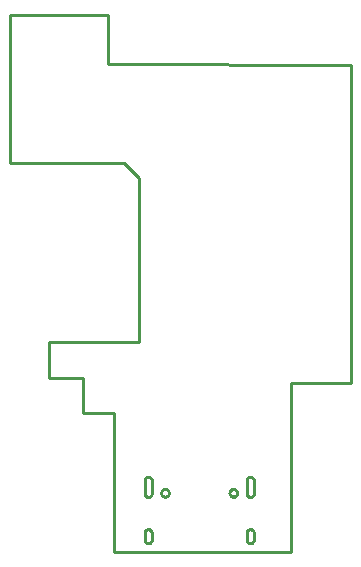
<source format=gbr>
G04 EAGLE Gerber RS-274X export*
G75*
%MOMM*%
%FSLAX34Y34*%
%LPD*%
%IN*%
%IPPOS*%
%AMOC8*
5,1,8,0,0,1.08239X$1,22.5*%
G01*
%ADD10C,0.254000*%


D10*
X132032Y316230D02*
X228600Y316230D01*
X241300Y303530D01*
X241300Y165080D01*
X164920Y165080D01*
X164920Y134412D01*
X193396Y134412D01*
X193396Y104920D01*
X220000Y104920D01*
X220000Y-12700D01*
X370000Y-12700D01*
X370000Y130000D01*
X420790Y130000D01*
X420790Y400000D01*
X214572Y400254D01*
X214572Y442220D01*
X132032Y442220D01*
X132032Y316230D01*
X245900Y36900D02*
X245911Y36639D01*
X245946Y36379D01*
X246002Y36124D01*
X246081Y35874D01*
X246181Y35632D01*
X246302Y35400D01*
X246443Y35179D01*
X246602Y34972D01*
X246779Y34779D01*
X246972Y34602D01*
X247179Y34443D01*
X247400Y34302D01*
X247632Y34181D01*
X247874Y34081D01*
X248124Y34002D01*
X248379Y33946D01*
X248639Y33911D01*
X248900Y33900D01*
X249161Y33911D01*
X249421Y33946D01*
X249676Y34002D01*
X249926Y34081D01*
X250168Y34181D01*
X250400Y34302D01*
X250621Y34443D01*
X250828Y34602D01*
X251021Y34779D01*
X251198Y34972D01*
X251357Y35179D01*
X251498Y35400D01*
X251619Y35632D01*
X251719Y35874D01*
X251798Y36124D01*
X251854Y36379D01*
X251889Y36639D01*
X251900Y36900D01*
X251900Y47900D01*
X251889Y48161D01*
X251854Y48421D01*
X251798Y48676D01*
X251719Y48926D01*
X251619Y49168D01*
X251498Y49400D01*
X251357Y49621D01*
X251198Y49828D01*
X251021Y50021D01*
X250828Y50198D01*
X250621Y50357D01*
X250400Y50498D01*
X250168Y50619D01*
X249926Y50719D01*
X249676Y50798D01*
X249421Y50854D01*
X249161Y50889D01*
X248900Y50900D01*
X248639Y50889D01*
X248379Y50854D01*
X248124Y50798D01*
X247874Y50719D01*
X247632Y50619D01*
X247400Y50498D01*
X247179Y50357D01*
X246972Y50198D01*
X246779Y50021D01*
X246602Y49828D01*
X246443Y49621D01*
X246302Y49400D01*
X246181Y49168D01*
X246081Y48926D01*
X246002Y48676D01*
X245946Y48421D01*
X245911Y48161D01*
X245900Y47900D01*
X245900Y36900D01*
X332300Y36900D02*
X332311Y36639D01*
X332346Y36379D01*
X332402Y36124D01*
X332481Y35874D01*
X332581Y35632D01*
X332702Y35400D01*
X332843Y35179D01*
X333002Y34972D01*
X333179Y34779D01*
X333372Y34602D01*
X333579Y34443D01*
X333800Y34302D01*
X334032Y34181D01*
X334274Y34081D01*
X334524Y34002D01*
X334779Y33946D01*
X335039Y33911D01*
X335300Y33900D01*
X335561Y33911D01*
X335821Y33946D01*
X336076Y34002D01*
X336326Y34081D01*
X336568Y34181D01*
X336800Y34302D01*
X337021Y34443D01*
X337228Y34602D01*
X337421Y34779D01*
X337598Y34972D01*
X337757Y35179D01*
X337898Y35400D01*
X338019Y35632D01*
X338119Y35874D01*
X338198Y36124D01*
X338254Y36379D01*
X338289Y36639D01*
X338300Y36900D01*
X338300Y47900D01*
X338289Y48161D01*
X338254Y48421D01*
X338198Y48676D01*
X338119Y48926D01*
X338019Y49168D01*
X337898Y49400D01*
X337757Y49621D01*
X337598Y49828D01*
X337421Y50021D01*
X337228Y50198D01*
X337021Y50357D01*
X336800Y50498D01*
X336568Y50619D01*
X336326Y50719D01*
X336076Y50798D01*
X335821Y50854D01*
X335561Y50889D01*
X335300Y50900D01*
X335039Y50889D01*
X334779Y50854D01*
X334524Y50798D01*
X334274Y50719D01*
X334032Y50619D01*
X333800Y50498D01*
X333579Y50357D01*
X333372Y50198D01*
X333179Y50021D01*
X333002Y49828D01*
X332843Y49621D01*
X332702Y49400D01*
X332581Y49168D01*
X332481Y48926D01*
X332402Y48676D01*
X332346Y48421D01*
X332311Y48161D01*
X332300Y47900D01*
X332300Y36900D01*
X332300Y-2400D02*
X332311Y-2661D01*
X332346Y-2921D01*
X332402Y-3176D01*
X332481Y-3426D01*
X332581Y-3668D01*
X332702Y-3900D01*
X332843Y-4121D01*
X333002Y-4328D01*
X333179Y-4521D01*
X333372Y-4698D01*
X333579Y-4857D01*
X333800Y-4998D01*
X334032Y-5119D01*
X334274Y-5219D01*
X334524Y-5298D01*
X334779Y-5354D01*
X335039Y-5389D01*
X335300Y-5400D01*
X335561Y-5389D01*
X335821Y-5354D01*
X336076Y-5298D01*
X336326Y-5219D01*
X336568Y-5119D01*
X336800Y-4998D01*
X337021Y-4857D01*
X337228Y-4698D01*
X337421Y-4521D01*
X337598Y-4328D01*
X337757Y-4121D01*
X337898Y-3900D01*
X338019Y-3668D01*
X338119Y-3426D01*
X338198Y-3176D01*
X338254Y-2921D01*
X338289Y-2661D01*
X338300Y-2400D01*
X338300Y3600D01*
X338289Y3861D01*
X338254Y4121D01*
X338198Y4376D01*
X338119Y4626D01*
X338019Y4868D01*
X337898Y5100D01*
X337757Y5321D01*
X337598Y5528D01*
X337421Y5721D01*
X337228Y5898D01*
X337021Y6057D01*
X336800Y6198D01*
X336568Y6319D01*
X336326Y6419D01*
X336076Y6498D01*
X335821Y6554D01*
X335561Y6589D01*
X335300Y6600D01*
X335039Y6589D01*
X334779Y6554D01*
X334524Y6498D01*
X334274Y6419D01*
X334032Y6319D01*
X333800Y6198D01*
X333579Y6057D01*
X333372Y5898D01*
X333179Y5721D01*
X333002Y5528D01*
X332843Y5321D01*
X332702Y5100D01*
X332581Y4868D01*
X332481Y4626D01*
X332402Y4376D01*
X332346Y4121D01*
X332311Y3861D01*
X332300Y3600D01*
X332300Y-2400D01*
X245900Y-2400D02*
X245911Y-2661D01*
X245946Y-2921D01*
X246002Y-3176D01*
X246081Y-3426D01*
X246181Y-3668D01*
X246302Y-3900D01*
X246443Y-4121D01*
X246602Y-4328D01*
X246779Y-4521D01*
X246972Y-4698D01*
X247179Y-4857D01*
X247400Y-4998D01*
X247632Y-5119D01*
X247874Y-5219D01*
X248124Y-5298D01*
X248379Y-5354D01*
X248639Y-5389D01*
X248900Y-5400D01*
X249161Y-5389D01*
X249421Y-5354D01*
X249676Y-5298D01*
X249926Y-5219D01*
X250168Y-5119D01*
X250400Y-4998D01*
X250621Y-4857D01*
X250828Y-4698D01*
X251021Y-4521D01*
X251198Y-4328D01*
X251357Y-4121D01*
X251498Y-3900D01*
X251619Y-3668D01*
X251719Y-3426D01*
X251798Y-3176D01*
X251854Y-2921D01*
X251889Y-2661D01*
X251900Y-2400D01*
X251900Y3600D01*
X251889Y3861D01*
X251854Y4121D01*
X251798Y4376D01*
X251719Y4626D01*
X251619Y4868D01*
X251498Y5100D01*
X251357Y5321D01*
X251198Y5528D01*
X251021Y5721D01*
X250828Y5898D01*
X250621Y6057D01*
X250400Y6198D01*
X250168Y6319D01*
X249926Y6419D01*
X249676Y6498D01*
X249421Y6554D01*
X249161Y6589D01*
X248900Y6600D01*
X248639Y6589D01*
X248379Y6554D01*
X248124Y6498D01*
X247874Y6419D01*
X247632Y6319D01*
X247400Y6198D01*
X247179Y6057D01*
X246972Y5898D01*
X246779Y5721D01*
X246602Y5528D01*
X246443Y5321D01*
X246302Y5100D01*
X246181Y4868D01*
X246081Y4626D01*
X246002Y4376D01*
X245946Y4121D01*
X245911Y3861D01*
X245900Y3600D01*
X245900Y-2400D01*
X324250Y37187D02*
X324194Y36765D01*
X324084Y36353D01*
X323921Y35959D01*
X323708Y35591D01*
X323449Y35253D01*
X323147Y34951D01*
X322809Y34692D01*
X322441Y34479D01*
X322047Y34316D01*
X321635Y34206D01*
X321213Y34150D01*
X320787Y34150D01*
X320365Y34206D01*
X319953Y34316D01*
X319559Y34479D01*
X319191Y34692D01*
X318853Y34951D01*
X318551Y35253D01*
X318292Y35591D01*
X318079Y35959D01*
X317916Y36353D01*
X317806Y36765D01*
X317750Y37187D01*
X317750Y37613D01*
X317806Y38035D01*
X317916Y38447D01*
X318079Y38841D01*
X318292Y39209D01*
X318551Y39547D01*
X318853Y39849D01*
X319191Y40108D01*
X319559Y40321D01*
X319953Y40484D01*
X320365Y40594D01*
X320787Y40650D01*
X321213Y40650D01*
X321635Y40594D01*
X322047Y40484D01*
X322441Y40321D01*
X322809Y40108D01*
X323147Y39849D01*
X323449Y39547D01*
X323708Y39209D01*
X323921Y38841D01*
X324084Y38447D01*
X324194Y38035D01*
X324250Y37613D01*
X324250Y37187D01*
X266450Y37187D02*
X266394Y36765D01*
X266284Y36353D01*
X266121Y35959D01*
X265908Y35591D01*
X265649Y35253D01*
X265347Y34951D01*
X265009Y34692D01*
X264641Y34479D01*
X264247Y34316D01*
X263835Y34206D01*
X263413Y34150D01*
X262987Y34150D01*
X262565Y34206D01*
X262153Y34316D01*
X261759Y34479D01*
X261391Y34692D01*
X261053Y34951D01*
X260751Y35253D01*
X260492Y35591D01*
X260279Y35959D01*
X260116Y36353D01*
X260006Y36765D01*
X259950Y37187D01*
X259950Y37613D01*
X260006Y38035D01*
X260116Y38447D01*
X260279Y38841D01*
X260492Y39209D01*
X260751Y39547D01*
X261053Y39849D01*
X261391Y40108D01*
X261759Y40321D01*
X262153Y40484D01*
X262565Y40594D01*
X262987Y40650D01*
X263413Y40650D01*
X263835Y40594D01*
X264247Y40484D01*
X264641Y40321D01*
X265009Y40108D01*
X265347Y39849D01*
X265649Y39547D01*
X265908Y39209D01*
X266121Y38841D01*
X266284Y38447D01*
X266394Y38035D01*
X266450Y37613D01*
X266450Y37187D01*
M02*

</source>
